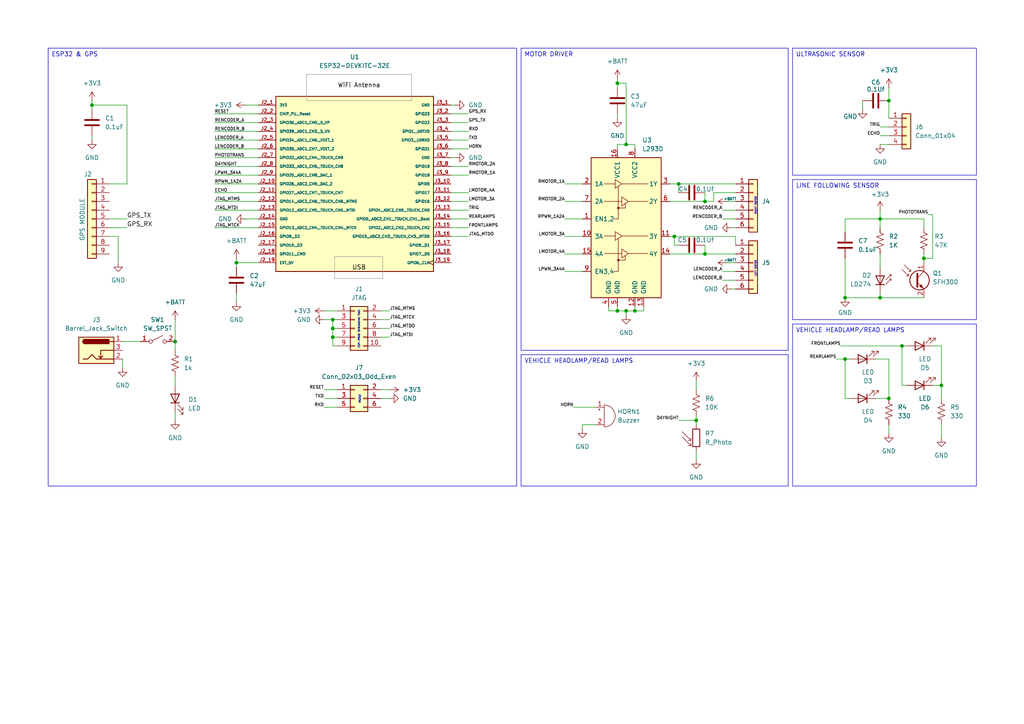
<source format=kicad_sch>
(kicad_sch (version 20250114) (generator "eeschema") (generator_version "9.0")
  (paper "A4")
  (title_block (title "REDHAWK ESP32 EMBEDDED SYSTEMS ROBOT") (date "2026-01-09"))
  (lib_symbols
    (symbol "0-My_Library:ECE-ESP32-DEVKITC-32E" (pin_names (offset 1.016))
      (property "Reference" "U1" (at 6.35 -28.194 0))
      (property "Value" "ESP32-DEVKITC-32E" (at -14.224 -19.558 0))
      (symbol "ECE-ESP32-DEVKITC-32E_1_0"
        (pin power_in line (at -33.02 22.86 0) (length 5.08) (name "3V3") (number "J2_1"))
        (pin input line (at -33.02 20.32 0) (length 5.08) (name "CHIP_PU,_Reset") (number "J2_2"))
        (pin bidirectional line (at -33.02 17.78 0) (length 5.08) (name "GPIO36,_ADC1_CH0,_S_VP") (number "J2_3"))
        (pin bidirectional line (at -33.02 15.24 0) (length 5.08) (name "GPIO39,_ADC1_CH3,_S_VN") (number "J2_4"))
        (pin bidirectional line (at -33.02 12.7 0) (length 5.08) (name "GPIO34,_ADC1_CH6,_VDET_1") (number "J2_5"))
        (pin bidirectional line (at -33.02 10.16 0) (length 5.08) (name "GPIO35,_ADC1_CH7,_VDET_2") (number "J2_6"))
        (pin bidirectional line (at -33.02 7.62 0) (length 5.08) (name "GPIO32,_ADC1_CH4,_TOUCH_CH9") (number "J2_7"))
        (pin bidirectional line (at -33.02 5.08 0) (length 5.08) (name "GPIO33,_ADC1_CH5,_TOUCH_CH8") (number "J2_8"))
        (pin bidirectional line (at -33.02 2.54 0) (length 5.08) (name "GPIO25,_ADC1_CH8,_DAC_1") (number "J2_9"))
        (pin bidirectional line (at -33.02 0 0) (length 5.08) (name "GPIO26,_ADC2_CH9,_DAC_2") (number "J2_10"))
        (pin bidirectional line (at -33.02 -2.54 0) (length 5.08) (name "GPIO27,_ADC2_CH7,_TOUCH_CH7") (number "J2_11"))
        (pin bidirectional line (at -33.02 -5.08 0) (length 5.08) (name "GPIO14,_ADC2_CH6,_TOUCH_CH6,_MTMS") (number "J2_12"))
        (pin bidirectional line (at -33.02 -7.62 0) (length 5.08) (name "GPIO12,_ADC2_CH5,_TOUCH_CH5,_MTDI") (number "J2_13"))
        (pin power_in line (at -33.02 -10.16 0) (length 5.08) (name "GND") (number "J2_14"))
        (pin bidirectional line (at -33.02 -12.7 0) (length 5.08) (name "GPIO13,_ADC2_CH4,_TOUCH_CH4,_MTCK") (number "J2_15"))
        (pin bidirectional line (at -33.02 -15.24 0) (length 5.08) (name "GPIO9,_D2") (number "J2_16"))
        (pin bidirectional line (at -33.02 -17.78 0) (length 5.08) (name "GPIO10,_D3") (number "J2_17"))
        (pin bidirectional line (at -33.02 -20.32 0) (length 5.08) (name "GPIO11,_CMD") (number "J2_18"))
        (pin power_in line (at -33.02 -22.86 0) (length 5.08) (name "EXT_5V") (number "J2_19"))
        (pin power_in line (at 22.86 22.86 180) (length 5.08) (name "GND") (number "J3_1"))
        (pin bidirectional line (at 22.86 20.32 180) (length 5.08) (name "GPIO23") (number "J3_2"))
        (pin bidirectional line (at 22.86 17.78 180) (length 5.08) (name "GPIO22") (number "J3_3"))
        (pin bidirectional line (at 22.86 15.24 180) (length 5.08) (name "GPIO1,_U0TXD") (number "J3_4"))
        (pin bidirectional line (at 22.86 12.7 180) (length 5.08) (name "GPIO3,_U0RXD") (number "J3_5"))
        (pin bidirectional line (at 22.86 10.16 180) (length 5.08) (name "GPIO21") (number "J3_6"))
        (pin power_in line (at 22.86 7.62 180) (length 5.08) (name "GND") (number "J3_7"))
        (pin bidirectional line (at 22.86 5.08 180) (length 5.08) (name "GPIO19") (number "J3_8"))
        (pin bidirectional line (at 22.86 2.54 180) (length 5.08) (name "GPIO18") (number "J3_9"))
        (pin bidirectional line (at 22.86 0 180) (length 5.08) (name "GPIO5") (number "J3_10"))
        (pin bidirectional line (at 22.86 -2.54 180) (length 5.08) (name "GPIO17") (number "J3_11"))
        (pin bidirectional line (at 22.86 -5.08 180) (length 5.08) (name "GPIO16") (number "J3_12"))
        (pin bidirectional line (at 22.86 -7.62 180) (length 5.08) (name "GPIO4,_ADC2_CH0,_TOUCH_CH0") (number "J3_13"))
        (pin bidirectional line (at 22.86 -10.16 180) (length 5.08) (name "GPIO0,_ADC2_CH1,_TOUCH_CH1,_Boot") (number "J3_14"))
        (pin bidirectional line (at 22.86 -12.7 180) (length 5.08) (name "GPIO2,_ADC2_CH2,_TOUCH_CH2") (number "J3_15"))
        (pin bidirectional line (at 22.86 -15.24 180) (length 5.08) (name "GPIO15,_ADC2_CH3,_TOUCH_CH3,_MTDO") (number "J3_16"))
        (pin bidirectional line (at 22.86 -17.78 180) (length 5.08) (name "GPIO8,_D1") (number "J3_17"))
        (pin bidirectional line (at 22.86 -20.32 180) (length 5.08) (name "GPIO7,_D0") (number "J3_18"))
        (pin bidirectional clock (at 22.86 -22.86 180) (length 5.08) (name "GPIO6,_CLK") (number "J3_19"))
      )
      (symbol "ECE-ESP32-DEVKITC-32E_1_1"
        (text "USB" (at -3.81 -24.13 0) (effects (font (size 1.27 1.27))))
        (text "WiFi Antenna" (at -3.8099 28.702 0) (effects (font (size 1.27 1.27))))
      )
    )
    (symbol "Connector:Barrel_Jack_Switch" (pin_names (hide yes))
      (property "Reference" "J" (at 0 5.334 0))
      (property "Value" "Barrel_Jack_Switch" (at 0 -5.08 0))
      (symbol "Barrel_Jack_Switch_1_1"
        (pin passive line (at 7.62 2.54 180) (length 2.54) (name "~") (number "1"))
        (pin passive line (at 7.62 0 180) (length 2.54) (name "~") (number "3"))
        (pin passive line (at 7.62 -2.54 180) (length 2.54) (name "~") (number "2"))
      )
    )
    (symbol "Connector_Generic:Conn_01x04" (pin_names (offset 1.016) (hide yes))
      (property "Reference" "J" (at 0 5.08 0))
      (property "Value" "Conn_01x04" (at 0 -7.62 0))
      (symbol "Conn_01x04_1_1"
        (pin passive line (at -5.08 2.54 0) (length 3.81) (name "Pin_1") (number "1"))
        (pin passive line (at -5.08 0 0) (length 3.81) (name "Pin_2") (number "2"))
        (pin passive line (at -5.08 -2.54 0) (length 3.81) (name "Pin_3") (number "3"))
        (pin passive line (at -5.08 -5.08 0) (length 3.81) (name "Pin_4") (number "4"))
      )
    )
    (symbol "Connector_Generic:Conn_01x06" (pin_names (offset 1.016) (hide yes))
      (property "Reference" "J" (at 0 7.62 0))
      (property "Value" "Conn_01x06" (at 0 -10.16 0))
      (symbol "Conn_01x06_1_1"
        (pin passive line (at -5.08 5.08 0) (length 3.81) (name "Pin_1") (number "1"))
        (pin passive line (at -5.08 2.54 0) (length 3.81) (name "Pin_2") (number "2"))
        (pin passive line (at -5.08 0 0) (length 3.81) (name "Pin_3") (number "3"))
        (pin passive line (at -5.08 -2.54 0) (length 3.81) (name "Pin_4") (number "4"))
        (pin passive line (at -5.08 -5.08 0) (length 3.81) (name "Pin_5") (number "5"))
        (pin passive line (at -5.08 -7.62 0) (length 3.81) (name "Pin_6") (number "6"))
      )
    )
    (symbol "Connector_Generic:Conn_01x09" (pin_names (offset 1.016) (hide yes))
      (property "Reference" "J" (at 0 12.7 0))
      (property "Value" "Conn_01x09" (at 0 -12.7 0))
      (symbol "Conn_01x09_1_1"
        (pin passive line (at -5.08 10.16 0) (length 3.81) (name "Pin_1") (number "1"))
        (pin passive line (at -5.08 7.62 0) (length 3.81) (name "Pin_2") (number "2"))
        (pin passive line (at -5.08 5.08 0) (length 3.81) (name "Pin_3") (number "3"))
        (pin passive line (at -5.08 2.54 0) (length 3.81) (name "Pin_4") (number "4"))
        (pin passive line (at -5.08 0 0) (length 3.81) (name "Pin_5") (number "5"))
        (pin passive line (at -5.08 -2.54 0) (length 3.81) (name "Pin_6") (number "6"))
        (pin passive line (at -5.08 -5.08 0) (length 3.81) (name "Pin_7") (number "7"))
        (pin passive line (at -5.08 -7.62 0) (length 3.81) (name "Pin_8") (number "8"))
        (pin passive line (at -5.08 -10.16 0) (length 3.81) (name "Pin_9") (number "9"))
      )
    )
    (symbol "Connector_Generic:Conn_02x03_Odd_Even" (pin_names (offset 1.016) (hide yes))
      (property "Reference" "J" (at 1.27 5.08 0))
      (property "Value" "Conn_02x03_Odd_Even" (at 1.27 -5.08 0))
      (symbol "Conn_02x03_Odd_Even_1_1"
        (pin passive line (at -5.08 2.54 0) (length 3.81) (name "Pin_1") (number "1"))
        (pin passive line (at -5.08 0 0) (length 3.81) (name "Pin_3") (number "3"))
        (pin passive line (at -5.08 -2.54 0) (length 3.81) (name "Pin_5") (number "5"))
        (pin passive line (at 7.62 2.54 180) (length 3.81) (name "Pin_2") (number "2"))
        (pin passive line (at 7.62 0 180) (length 3.81) (name "Pin_4") (number "4"))
        (pin passive line (at 7.62 -2.54 180) (length 3.81) (name "Pin_6") (number "6"))
      )
    )
    (symbol "Connector_Generic:Conn_02x05_Odd_Even" (pin_names (offset 1.016) (hide yes))
      (property "Reference" "J" (at 1.27 7.62 0))
      (property "Value" "Conn_02x05_Odd_Even" (at 1.27 -7.62 0))
      (symbol "Conn_02x05_Odd_Even_1_1"
        (pin passive line (at -5.08 5.08 0) (length 3.81) (name "Pin_1") (number "1"))
        (pin passive line (at -5.08 2.54 0) (length 3.81) (name "Pin_3") (number "3"))
        (pin passive line (at -5.08 0 0) (length 3.81) (name "Pin_5") (number "5"))
        (pin passive line (at -5.08 -2.54 0) (length 3.81) (name "Pin_7") (number "7"))
        (pin passive line (at -5.08 -5.08 0) (length 3.81) (name "Pin_9") (number "9"))
        (pin passive line (at 7.62 5.08 180) (length 3.81) (name "Pin_2") (number "2"))
        (pin passive line (at 7.62 2.54 180) (length 3.81) (name "Pin_4") (number "4"))
        (pin passive line (at 7.62 0 180) (length 3.81) (name "Pin_6") (number "6"))
        (pin passive line (at 7.62 -2.54 180) (length 3.81) (name "Pin_8") (number "8"))
        (pin passive line (at 7.62 -5.08 180) (length 3.81) (name "Pin_10") (number "10"))
      )
    )
    (symbol "Device:Buzzer" (pin_names (offset 0.0254) (hide yes))
      (property "Reference" "BZ" (at 3.81 1.27 0))
      (property "Value" "Buzzer" (at 3.81 -1.27 0))
      (symbol "Buzzer_1_1"
        (pin passive line (at -2.54 2.54 0) (length 2.54) (name "+") (number "1"))
        (pin passive line (at -2.54 -2.54 0) (length 2.54) (name "-") (number "2"))
      )
    )
    (symbol "Device:C" (pin_numbers (hide yes)) (pin_names (offset 0.254))
      (property "Reference" "C" (at 0.635 2.54 0))
      (property "Value" "C" (at 0.635 -2.54 0))
      (symbol "C_1_1"
        (pin passive line (at 0 3.81 270) (length 2.794) (name "~") (number "1"))
        (pin passive line (at 0 -3.81 90) (length 2.794) (name "~") (number "2"))
      )
    )
    (symbol "Device:LED" (pin_numbers (hide yes)) (pin_names (offset 1.016) (hide yes))
      (property "Reference" "D" (at 0 2.54 0))
      (property "Value" "LED" (at 0 -2.54 0))
      (symbol "LED_1_1"
        (pin passive line (at -3.81 0 0) (length 2.54) (name "K") (number "1"))
        (pin passive line (at 3.81 0 180) (length 2.54) (name "A") (number "2"))
      )
    )
    (symbol "Device:R_Photo" (pin_numbers (hide yes)) (pin_names (offset 0))
      (property "Reference" "R" (at 1.27 1.27 0))
      (property "Value" "R_Photo" (at 1.27 0 0))
      (symbol "R_Photo_1_1"
        (pin passive line (at 0 3.81 270) (length 1.27) (name "~") (number "1"))
        (pin passive line (at 0 -3.81 90) (length 1.27) (name "~") (number "2"))
      )
    )
    (symbol "Device:R_US" (pin_numbers (hide yes)) (pin_names (offset 0))
      (property "Reference" "R" (at 2.54 0 90))
      (property "Value" "R_US" (at -2.54 0 90))
      (symbol "R_US_1_1"
        (pin passive line (at 0 3.81 270) (length 1.27) (name "~") (number "1"))
        (pin passive line (at 0 -3.81 90) (length 1.27) (name "~") (number "2"))
      )
    )
    (symbol "Driver_Motor:L293D" (pin_names (offset 1.016))
      (property "Reference" "U" (at -5.08 26.035 0))
      (property "Value" "L293D" (at -5.08 24.13 0))
      (symbol "L293D_1_1"
        (pin input line (at -12.7 15.24 0) (length 2.54) (name "1A") (number "2"))
        (pin input line (at -12.7 10.16 0) (length 2.54) (name "2A") (number "7"))
        (pin input line (at -12.7 5.08 0) (length 2.54) (name "EN1,2") (number "1"))
        (pin input line (at -12.7 0 0) (length 2.54) (name "3A") (number "10"))
        (pin input line (at -12.7 -5.08 0) (length 2.54) (name "4A") (number "15"))
        (pin input line (at -12.7 -10.16 0) (length 2.54) (name "EN3,4") (number "9"))
        (pin power_in line (at -5.08 -20.32 90) (length 2.54) (name "GND") (number "4"))
        (pin power_in line (at -2.54 25.4 270) (length 2.54) (name "VCC1") (number "16"))
        (pin power_in line (at -2.54 -20.32 90) (length 2.54) (name "GND") (number "5"))
        (pin power_in line (at 2.54 25.4 270) (length 2.54) (name "VCC2") (number "8"))
        (pin power_in line (at 2.54 -20.32 90) (length 2.54) (name "GND") (number "12"))
        (pin power_in line (at 5.08 -20.32 90) (length 2.54) (name "GND") (number "13"))
        (pin output line (at 12.7 15.24 180) (length 2.54) (name "1Y") (number "3"))
        (pin output line (at 12.7 10.16 180) (length 2.54) (name "2Y") (number "6"))
        (pin output line (at 12.7 0 180) (length 2.54) (name "3Y") (number "11"))
        (pin output line (at 12.7 -5.08 180) (length 2.54) (name "4Y") (number "14"))
      )
    )
    (symbol "LED:LD274" (pin_numbers (hide yes)) (pin_names (offset 1.016) (hide yes))
      (property "Reference" "D" (at 0.508 1.778 0))
      (property "Value" "LD274" (at -1.016 -2.794 0))
      (symbol "LD274_1_1"
        (pin passive line (at -5.08 0 0) (length 2.54) (name "K") (number "1"))
        (pin passive line (at 2.54 0 180) (length 2.54) (name "A") (number "2"))
      )
    )
    (symbol "Sensor_Optical:SFH300" (pin_names (offset 0) (hide yes))
      (property "Reference" "Q" (at 5.08 1.27 0))
      (property "Value" "SFH300" (at 5.08 -1.27 0))
      (symbol "SFH300_1_1"
        (pin passive line (at 2.54 5.08 270) (length 2.54) (name "C") (number "1"))
        (pin passive line (at 2.54 -5.08 90) (length 2.54) (name "E") (number "2"))
      )
    )
    (symbol "Switch:SW_SPST" (pin_names (offset 0) (hide yes))
      (property "Reference" "SW" (at 0 3.175 0))
      (property "Value" "SW_SPST" (at 0 -2.54 0))
      (symbol "SW_SPST_1_1"
        (pin passive line (at -5.08 0 0) (length 2.54) (name "A") (number "1"))
        (pin passive line (at 5.08 0 180) (length 2.54) (name "B") (number "2"))
      )
    )
    (symbol "power:+3V3" (power) (pin_numbers (hide yes)) (pin_names (offset 0) (hide yes))
      (property "Value" "+3V3" (at 0 3.556 0))
      (symbol "+3V3_1_1"
        (pin power_in line (at 0 0 90) (length 0) (name "~") (number "1"))
      )
    )
    (symbol "power:+BATT" (power) (pin_numbers (hide yes)) (pin_names (offset 0) (hide yes))
      (property "Value" "+BATT" (at 0 3.556 0))
      (symbol "+BATT_1_1"
        (pin power_in line (at 0 0 90) (length 0) (name "~") (number "1"))
      )
    )
    (symbol "power:GND" (power) (pin_numbers (hide yes)) (pin_names (offset 0) (hide yes))
      (property "Value" "GND" (at 0 -3.81 0))
      (symbol "GND_1_1"
        (pin power_in line (at 0 0 270) (length 0) (name "~") (number "1"))
      )
    )
  )
  (text "ESP-PROG DEBUGGING TOOL" (at 104.14 95.504 90) (effects (font (size 0.508 0.508))))
  (text "RIGHT MOTOR" (at 219.202 59.69 90) (effects (font (size 0.508 0.508))))
  (text "RS232" (at 104.394 115.824 90) (effects (font (size 0.508 0.508))))
  (text "LEFT MOTOR" (at 219.202 77.978 90) (effects (font (size 0.508 0.508))))
  (text_box "MOTOR DRIVER" (at 151.13 13.97 0) (size 77.47 87.63) (margins 0.9525 0.9525 0.9525 0.9525) (effects (font (size 1.27 1.27)) (justify left top)))
  (text_box "VEHICLE HEADLAMP/READ LAMPS" (at 229.87 93.98 0) (size 53.34 46.99) (margins 0.9525 0.9525 0.9525 0.9525) (effects (font (size 1.27 1.27)) (justify left top)))
  (text_box "ESP32 & GPS" (at 13.97 13.97 0) (size 135.89 127) (margins 0.9525 0.9525 0.9525 0.9525) (effects (font (size 1.27 1.27)) (justify left top)))
  (text_box "LINE FOLLOWING SENSOR" (at 229.87 52.07 0) (size 53.34 40.64) (margins 0.9525 0.9525 0.9525 0.9525) (effects (font (size 1.27 1.27)) (justify left top)))
  (text_box "ULTRASONIC SENSOR" (at 229.87 13.97 0) (size 53.34 36.83) (margins 0.9525 0.9525 0.9525 0.9525) (effects (font (size 1.27 1.27)) (justify left top)))
  (text_box "VEHICLE HEADLAMP/READ LAMPS" (at 151.13 102.87 0) (size 77.47 38.1) (margins 0.9525 0.9525 0.9525 0.9525) (effects (font (size 1.27 1.27)) (justify left top)))
  (junction (at 195.58 68.58))
  (junction (at 204.47 58.42))
  (junction (at 204.47 73.66))
  (junction (at 273.05 111.76))
  (junction (at 181.61 41.91))
  (junction (at 201.93 121.92))
  (junction (at 245.11 86.36))
  (junction (at 255.27 63.5))
  (junction (at 96.52 95.25))
  (junction (at 245.11 104.14))
  (junction (at 196.85 53.34))
  (junction (at 179.07 24.13))
  (junction (at 50.8 99.06))
  (junction (at 68.58 76.2))
  (junction (at 96.52 97.79))
  (junction (at 179.07 90.17))
  (junction (at 257.81 115.57))
  (junction (at 267.97 74.93))
  (junction (at 26.67 30.48))
  (junction (at 257.81 29.21))
  (junction (at 184.15 90.17))
  (junction (at 181.61 90.17))
  (junction (at 96.52 92.71))
  (junction (at 261.62 100.33))
  (junction (at 255.27 86.36))
  (wire (pts (xy 68.58 76.2) (xy 74.93 76.2)))
  (wire (pts (xy 207.01 55.88) (xy 213.36 55.88)))
  (wire (pts (xy 207.01 55.88) (xy 207.01 58.42)))
  (wire (pts (xy 255.27 36.83) (xy 257.81 36.83)))
  (wire (pts (xy 50.8 99.06) (xy 50.8 101.6)))
  (wire (pts (xy 68.58 76.2) (xy 68.58 77.47)))
  (wire (pts (xy 130.81 30.48) (xy 132.08 30.48)))
  (wire (pts (xy 166.37 118.11) (xy 172.72 118.11)))
  (wire (pts (xy 201.93 110.49) (xy 201.93 113.03)))
  (wire (pts (xy 50.8 109.22) (xy 50.8 111.76)))
  (wire (pts (xy 130.81 50.8) (xy 135.89 50.8)))
  (wire (pts (xy 130.81 43.18) (xy 135.89 43.18)))
  (wire (pts (xy 26.67 30.48) (xy 26.67 31.75)))
  (wire (pts (xy 181.61 41.91) (xy 181.61 24.13)))
  (wire (pts (xy 93.98 92.71) (xy 96.52 92.71)))
  (wire (pts (xy 93.98 90.17) (xy 97.79 90.17)))
  (wire (pts (xy 186.69 90.17) (xy 186.69 88.9)))
  (wire (pts (xy 255.27 85.09) (xy 255.27 86.36)))
  (wire (pts (xy 130.81 63.5) (xy 135.89 63.5)))
  (wire (pts (xy 194.31 73.66) (xy 204.47 73.66)))
  (wire (pts (xy 62.23 38.1) (xy 74.93 38.1)))
  (wire (pts (xy 204.47 55.88) (xy 204.47 58.42)))
  (wire (pts (xy 163.83 53.34) (xy 168.91 53.34)))
  (wire (pts (xy 163.83 63.5) (xy 168.91 63.5)))
  (wire (pts (xy 62.23 60.96) (xy 74.93 60.96)))
  (wire (pts (xy 267.97 74.93) (xy 267.97 76.2)))
  (wire (pts (xy 35.56 99.06) (xy 40.64 99.06)))
  (wire (pts (xy 181.61 24.13) (xy 179.07 24.13)))
  (wire (pts (xy 204.47 71.12) (xy 204.47 73.66)))
  (wire (pts (xy 254 104.14) (xy 257.81 104.14)))
  (wire (pts (xy 179.07 33.02) (xy 179.07 34.29)))
  (wire (pts (xy 179.07 41.91) (xy 181.61 41.91)))
  (wire (pts (xy 207.01 58.42) (xy 204.47 58.42)))
  (wire (pts (xy 96.52 92.71) (xy 97.79 92.71)))
  (wire (pts (xy 245.11 67.31) (xy 245.11 63.5)))
  (wire (pts (xy 179.07 22.86) (xy 179.07 24.13)))
  (wire (pts (xy 130.81 60.96) (xy 135.89 60.96)))
  (wire (pts (xy 179.07 43.18) (xy 179.07 41.91)))
  (wire (pts (xy 196.85 71.12) (xy 195.58 71.12)))
  (wire (pts (xy 267.97 63.5) (xy 255.27 63.5)))
  (wire (pts (xy 257.81 104.14) (xy 257.81 115.57)))
  (wire (pts (xy 212.09 83.82) (xy 213.36 83.82)))
  (wire (pts (xy 163.83 73.66) (xy 168.91 73.66)))
  (wire (pts (xy 250.19 29.21) (xy 250.19 31.75)))
  (wire (pts (xy 130.81 68.58) (xy 135.89 68.58)))
  (wire (pts (xy 62.23 45.72) (xy 74.93 45.72)))
  (wire (pts (xy 273.05 123.19) (xy 273.05 127)))
  (wire (pts (xy 255.27 60.96) (xy 255.27 63.5)))
  (wire (pts (xy 262.89 111.76) (xy 261.62 111.76)))
  (wire (pts (xy 62.23 53.34) (xy 74.93 53.34)))
  (wire (pts (xy 176.53 88.9) (xy 176.53 90.17)))
  (wire (pts (xy 257.81 25.4) (xy 257.81 29.21)))
  (wire (pts (xy 209.55 63.5) (xy 213.36 63.5)))
  (wire (pts (xy 213.36 68.58) (xy 213.36 71.12)))
  (wire (pts (xy 130.81 58.42) (xy 135.89 58.42)))
  (wire (pts (xy 195.58 71.12) (xy 195.58 68.58)))
  (wire (pts (xy 130.81 55.88) (xy 135.89 55.88)))
  (wire (pts (xy 62.23 40.64) (xy 74.93 40.64)))
  (wire (pts (xy 31.75 63.5) (xy 36.83 63.5)))
  (wire (pts (xy 245.11 104.14) (xy 246.38 104.14)))
  (wire (pts (xy 110.49 115.57) (xy 113.03 115.57)))
  (wire (pts (xy 130.81 45.72) (xy 132.08 45.72)))
  (wire (pts (xy 245.11 63.5) (xy 255.27 63.5)))
  (wire (pts (xy 210.82 58.42) (xy 213.36 58.42)))
  (wire (pts (xy 270.51 100.33) (xy 273.05 100.33)))
  (wire (pts (xy 110.49 90.17) (xy 113.03 90.17)))
  (wire (pts (xy 267.97 73.66) (xy 267.97 74.93)))
  (wire (pts (xy 93.98 115.57) (xy 97.79 115.57)))
  (wire (pts (xy 273.05 111.76) (xy 273.05 115.57)))
  (wire (pts (xy 130.81 38.1) (xy 135.89 38.1)))
  (wire (pts (xy 163.83 78.74) (xy 168.91 78.74)))
  (wire (pts (xy 179.07 90.17) (xy 181.61 90.17)))
  (wire (pts (xy 184.15 88.9) (xy 184.15 90.17)))
  (wire (pts (xy 68.58 85.09) (xy 68.58 87.63)))
  (wire (pts (xy 255.27 63.5) (xy 255.27 66.04)))
  (wire (pts (xy 246.38 115.57) (xy 245.11 115.57)))
  (wire (pts (xy 110.49 113.03) (xy 113.03 113.03)))
  (wire (pts (xy 31.75 53.34) (xy 36.83 53.34)))
  (wire (pts (xy 194.31 68.58) (xy 195.58 68.58)))
  (wire (pts (xy 201.93 121.92) (xy 201.93 123.19)))
  (wire (pts (xy 201.93 130.81) (xy 201.93 133.35)))
  (wire (pts (xy 93.98 113.03) (xy 97.79 113.03)))
  (wire (pts (xy 130.81 33.02) (xy 135.89 33.02)))
  (wire (pts (xy 184.15 41.91) (xy 184.15 43.18)))
  (wire (pts (xy 209.55 60.96) (xy 213.36 60.96)))
  (wire (pts (xy 96.52 100.33) (xy 96.52 97.79)))
  (wire (pts (xy 31.75 66.04) (xy 36.83 66.04)))
  (wire (pts (xy 130.81 40.64) (xy 135.89 40.64)))
  (wire (pts (xy 196.85 53.34) (xy 196.85 55.88)))
  (wire (pts (xy 35.56 106.68) (xy 35.56 104.14)))
  (wire (pts (xy 62.23 33.02) (xy 74.93 33.02)))
  (wire (pts (xy 267.97 66.04) (xy 267.97 63.5)))
  (wire (pts (xy 181.61 41.91) (xy 184.15 41.91)))
  (wire (pts (xy 62.23 50.8) (xy 74.93 50.8)))
  (wire (pts (xy 267.97 86.36) (xy 255.27 86.36)))
  (wire (pts (xy 50.8 119.38) (xy 50.8 121.92)))
  (wire (pts (xy 26.67 29.21) (xy 26.67 30.48)))
  (wire (pts (xy 270.51 74.93) (xy 267.97 74.93)))
  (wire (pts (xy 179.07 88.9) (xy 179.07 90.17)))
  (wire (pts (xy 34.29 68.58) (xy 34.29 76.2)))
  (wire (pts (xy 163.83 68.58) (xy 168.91 68.58)))
  (wire (pts (xy 71.12 30.48) (xy 74.93 30.48)))
  (wire (pts (xy 196.85 121.92) (xy 201.93 121.92)))
  (wire (pts (xy 254 115.57) (xy 257.81 115.57)))
  (wire (pts (xy 168.91 123.19) (xy 172.72 123.19)))
  (wire (pts (xy 255.27 73.66) (xy 255.27 77.47)))
  (wire (pts (xy 62.23 35.56) (xy 74.93 35.56)))
  (wire (pts (xy 181.61 90.17) (xy 184.15 90.17)))
  (wire (pts (xy 273.05 100.33) (xy 273.05 111.76)))
  (wire (pts (xy 96.52 95.25) (xy 96.52 92.71)))
  (wire (pts (xy 269.24 62.23) (xy 270.51 62.23)))
  (wire (pts (xy 110.49 95.25) (xy 113.03 95.25)))
  (wire (pts (xy 130.81 35.56) (xy 135.89 35.56)))
  (wire (pts (xy 209.55 78.74) (xy 213.36 78.74)))
  (wire (pts (xy 110.49 92.71) (xy 113.03 92.71)))
  (wire (pts (xy 163.83 58.42) (xy 168.91 58.42)))
  (wire (pts (xy 36.83 53.34) (xy 36.83 30.48)))
  (wire (pts (xy 96.52 97.79) (xy 96.52 95.25)))
  (wire (pts (xy 26.67 39.37) (xy 26.67 40.64)))
  (wire (pts (xy 201.93 120.65) (xy 201.93 121.92)))
  (wire (pts (xy 62.23 43.18) (xy 74.93 43.18)))
  (wire (pts (xy 255.27 41.91) (xy 257.81 41.91)))
  (wire (pts (xy 196.85 53.34) (xy 213.36 53.34)))
  (wire (pts (xy 176.53 90.17) (xy 179.07 90.17)))
  (wire (pts (xy 257.81 123.19) (xy 257.81 125.73)))
  (wire (pts (xy 255.27 39.37) (xy 257.81 39.37)))
  (wire (pts (xy 242.57 104.14) (xy 245.11 104.14)))
  (wire (pts (xy 257.81 29.21) (xy 257.81 34.29)))
  (wire (pts (xy 62.23 66.04) (xy 74.93 66.04)))
  (wire (pts (xy 204.47 73.66) (xy 213.36 73.66)))
  (wire (pts (xy 210.82 76.2) (xy 213.36 76.2)))
  (wire (pts (xy 62.23 48.26) (xy 74.93 48.26)))
  (wire (pts (xy 245.11 74.93) (xy 245.11 86.36)))
  (wire (pts (xy 93.98 118.11) (xy 97.79 118.11)))
  (wire (pts (xy 110.49 97.79) (xy 113.03 97.79)))
  (wire (pts (xy 97.79 100.33) (xy 96.52 100.33)))
  (wire (pts (xy 130.81 66.04) (xy 135.89 66.04)))
  (wire (pts (xy 184.15 90.17) (xy 186.69 90.17)))
  (wire (pts (xy 31.75 68.58) (xy 34.29 68.58)))
  (wire (pts (xy 194.31 58.42) (xy 204.47 58.42)))
  (wire (pts (xy 213.36 66.04) (xy 212.09 66.04)))
  (wire (pts (xy 96.52 97.79) (xy 97.79 97.79)))
  (wire (pts (xy 179.07 24.13) (xy 179.07 25.4)))
  (wire (pts (xy 245.11 115.57) (xy 245.11 104.14)))
  (wire (pts (xy 68.58 74.93) (xy 68.58 76.2)))
  (wire (pts (xy 130.81 48.26) (xy 135.89 48.26)))
  (wire (pts (xy 62.23 58.42) (xy 74.93 58.42)))
  (wire (pts (xy 96.52 95.25) (xy 97.79 95.25)))
  (wire (pts (xy 62.23 55.88) (xy 74.93 55.88)))
  (wire (pts (xy 261.62 111.76) (xy 261.62 100.33)))
  (wire (pts (xy 194.31 53.34) (xy 196.85 53.34)))
  (wire (pts (xy 243.84 100.33) (xy 261.62 100.33)))
  (wire (pts (xy 270.51 62.23) (xy 270.51 74.93)))
  (wire (pts (xy 209.55 81.28) (xy 213.36 81.28)))
  (wire (pts (xy 195.58 68.58) (xy 213.36 68.58)))
  (wire (pts (xy 26.67 30.48) (xy 36.83 30.48)))
  (wire (pts (xy 181.61 90.17) (xy 181.61 91.44)))
  (wire (pts (xy 168.91 124.46) (xy 168.91 123.19)))
  (wire (pts (xy 71.12 63.5) (xy 74.93 63.5)))
  (wire (pts (xy 261.62 100.33) (xy 262.89 100.33)))
  (wire (pts (xy 273.05 111.76) (xy 270.51 111.76)))
  (wire (pts (xy 50.8 92.71) (xy 50.8 99.06)))
  (wire (pts (xy 255.27 86.36) (xy 245.11 86.36)))
  (label "LPWM_3A4A" (at 62.23 50.8 0) (effects (font (size 0.889 0.889))))
  (label "ECHO" (at 62.23 55.88 0) (effects (font (size 0.889 0.889))))
  (label "DAYNIGHT" (at 196.85 121.92 180) (effects (font (size 0.889 0.889))))
  (label "RENCODER_B" (at 209.55 63.5 180) (effects (font (size 0.889 0.889))))
  (label "GPS_RX" (at 135.89 33.02 0) (effects (font (size 0.889 0.889))))
  (label "TRIG" (at 255.27 36.83 180) (effects (font (size 0.889 0.889))))
  (label "ECHO" (at 255.27 39.37 180) (effects (font (size 0.889 0.889))))
  (label "RMOTOR_1A" (at 163.83 53.34 180) (effects (font (size 0.889 0.889))))
  (label "LMOTOR_3A" (at 135.89 58.42 0) (effects (font (size 0.889 0.889))))
  (label "LMOTOR_4A" (at 135.89 55.88 0) (effects (font (size 0.889 0.889))))
  (label "LPWM_3A4A" (at 163.83 78.74 180) (effects (font (size 0.889 0.889))))
  (label "TXD" (at 135.89 40.64 0) (effects (font (size 0.889 0.889))))
  (label "LMOTOR_4A" (at 163.83 73.66 180) (effects (font (size 0.889 0.889))))
  (label "LENCODER_A" (at 62.23 40.64 0) (effects (font (size 0.889 0.889))))
  (label "RENCODER_A" (at 62.23 35.56 0) (effects (font (size 0.889 0.889))))
  (label "PHOTOTRANS" (at 62.23 45.72 0) (effects (font (size 0.889 0.889))))
  (label "RENCODER_B" (at 62.23 38.1 0) (effects (font (size 0.889 0.889))))
  (label "JTAG_MTMS" (at 113.03 90.17 0) (effects (font (size 0.889 0.889))))
  (label "TXD" (at 93.98 115.57 180) (effects (font (size 0.889 0.889))))
  (label "HORN" (at 135.89 43.18 0) (effects (font (size 0.889 0.889))))
  (label "LENCODER_A" (at 209.55 78.74 180) (effects (font (size 0.889 0.889))))
  (label "JTAG_MTCK" (at 113.03 92.71 0) (effects (font (size 0.889 0.889))))
  (label "JTAG_MTMS" (at 62.23 58.42 0) (effects (font (size 0.889 0.889))))
  (label "JTAG_MTDO" (at 135.89 68.58 0) (effects (font (size 0.889 0.889))))
  (label "RPWM_1A2A" (at 62.23 53.34 0) (effects (font (size 0.889 0.889))))
  (label "REARLAMPS" (at 135.89 63.5 0) (effects (font (size 0.889 0.889))))
  (label "JTAG_MTDI" (at 62.23 60.96 0) (effects (font (size 0.889 0.889))))
  (label "RXD" (at 135.89 38.1 0) (effects (font (size 0.889 0.889))))
  (label "LENCODER_B" (at 209.55 81.28 180) (effects (font (size 0.889 0.889))))
  (label "HORN" (at 166.37 118.11 180) (effects (font (size 0.889 0.889))))
  (label "RMOTOR_1A" (at 135.89 50.8 0) (effects (font (size 0.889 0.889))))
  (label "JTAG_MTCK" (at 62.23 66.04 0) (effects (font (size 0.889 0.889))))
  (label "RESET" (at 93.98 113.03 180) (effects (font (size 0.889 0.889))))
  (label "GPS_RX" (at 36.83 66.04 0))
  (label "PHOTOTRANS" (at 269.24 62.23 180) (effects (font (size 0.889 0.889))))
  (label "JTAG_MTDO" (at 113.03 95.25 0) (effects (font (size 0.889 0.889))))
  (label "FRONTLAMPS" (at 243.84 100.33 180) (effects (font (size 0.889 0.889))))
  (label "JTAG_MTDI" (at 113.03 97.79 0) (effects (font (size 0.889 0.889))))
  (label "RENCODER_A" (at 209.55 60.96 180) (effects (font (size 0.889 0.889))))
  (label "LMOTOR_3A" (at 163.83 68.58 180) (effects (font (size 0.889 0.889))))
  (label "GPS_TX" (at 36.83 63.5 0))
  (label "RMOTOR_2A" (at 163.83 58.42 180) (effects (font (size 0.889 0.889))))
  (label "TRIG" (at 135.89 60.96 0) (effects (font (size 0.889 0.889))))
  (label "RPWM_1A2A" (at 163.83 63.5 180) (effects (font (size 0.889 0.889))))
  (label "REARLAMPS" (at 242.57 104.14 180) (effects (font (size 0.889 0.889))))
  (label "FRONTLAMPS" (at 135.89 66.04 0) (effects (font (size 0.889 0.889))))
  (label "LENCODER_B" (at 62.23 43.18 0) (effects (font (size 0.889 0.889))))
  (label "DAYNIGHT" (at 62.23 48.26 0) (effects (font (size 0.889 0.889))))
  (label "RESET" (at 62.23 33.02 0) (effects (font (size 0.889 0.889))))
  (label "RXD" (at 93.98 118.11 180) (effects (font (size 0.889 0.889))))
  (label "GPS_TX" (at 135.89 35.56 0) (effects (font (size 0.889 0.889))))
  (label "RMOTOR_2A" (at 135.89 48.26 0) (effects (font (size 0.889 0.889))))
  (symbol (lib_id "Device:C") (at 26.67 35.56 0) (unit 1)
    (property "Reference" "C1" (at 30.48 34.2899 0) (effects (justify left)))
    (property "Value" "0.1uF" (at 30.48 36.8299 0) (effects (justify left)))
    (property "Footprint" "Capacitor_THT:C_Disc_D5.0mm_W2.5mm_P5.00mm" (effects (hide yes)))
    (property "Description" "Unpolarized capacitor" (effects (hide yes)))
  )
  (symbol (lib_id "Device:R_US") (at 257.81 119.38 0) (unit 1)
    (property "Reference" "R4" (at 260.35 118.1099 0) (effects (justify left)))
    (property "Value" "330" (at 260.35 120.6499 0) (effects (justify left)))
    (property "Footprint" "Resistor_THT:R_Axial_DIN0207_L6.3mm_D2.5mm_P2.54mm_Vertical" (effects (hide yes)))
    (property "Description" "Resistor, US symbol" (effects (hide yes)))
  )
  (symbol (lib_id "power:GND") (at 113.03 115.57 90) (unit 1)
    (property "Reference" "#PWR015" (effects (hide yes)))
    (property "Value" "GND" (at 116.84 115.5699 90) (effects (justify right)))
    (property "Description" "Power symbol creates a global label with name \"GND\" , ground" (effects (hide yes)))
  )
  (symbol (lib_id "Device:R_US") (at 255.27 69.85 0) (unit 1)
    (property "Reference" "R2" (at 257.81 68.5799 0) (effects (justify left)))
    (property "Value" "1K" (at 257.81 71.1199 0) (effects (justify left)))
    (property "Footprint" "Resistor_THT:R_Axial_DIN0207_L6.3mm_D2.5mm_P2.54mm_Vertical" (effects (hide yes)))
    (property "Description" "Resistor, US symbol" (effects (hide yes)))
  )
  (symbol (lib_id "power:GND") (at 257.81 125.73 0) (unit 1)
    (property "Reference" "#PWR030" (effects (hide yes)))
    (property "Value" "GND" (at 257.81 130.81 0))
    (property "Description" "Power symbol creates a global label with name \"GND\" , ground" (effects (hide yes)))
  )
  (symbol (lib_id "Connector:Barrel_Jack_Switch") (at 27.94 101.6 0) (unit 1)
    (property "Reference" "J3" (at 27.94 92.71 0))
    (property "Value" "Barrel_Jack_Switch" (at 27.94 95.25 0))
    (property "Footprint" "Connector_BarrelJack:BarrelJack_GCT_DCJ200-10-A_Horizontal" (effects (hide yes)))
    (property "Description" "DC Barrel Jack with an internal switch" (effects (hide yes)))
  )
  (symbol (lib_id "power:GND") (at 212.09 66.04 270) (unit 1)
    (property "Reference" "#PWR020" (effects (hide yes)))
    (property "Value" "GND" (at 208.28 66.0399 90) (effects (justify right)))
    (property "Description" "Power symbol creates a global label with name \"GND\" , ground" (effects (hide yes)))
  )
  (symbol (lib_id "power:GND") (at 212.09 83.82 270) (unit 1)
    (property "Reference" "#PWR021" (effects (hide yes)))
    (property "Value" "GND" (at 208.28 83.8199 90) (effects (justify right)))
    (property "Description" "Power symbol creates a global label with name \"GND\" , ground" (effects (hide yes)))
  )
  (symbol (lib_id "power:+BATT") (at 179.07 22.86 0) (unit 1)
    (property "Reference" "#PWR017" (effects (hide yes)))
    (property "Value" "+BATT" (at 179.07 17.78 0))
    (property "Description" "Power symbol creates a global label with name \"+BATT\"" (effects (hide yes)))
  )
  (symbol (lib_id "Device:R_US") (at 273.05 119.38 0) (unit 1)
    (property "Reference" "R5" (at 275.59 118.1099 0) (effects (justify left)))
    (property "Value" "330" (at 275.59 120.6499 0) (effects (justify left)))
    (property "Footprint" "Resistor_THT:R_Axial_DIN0207_L6.3mm_D2.5mm_P2.54mm_Vertical" (effects (hide yes)))
    (property "Description" "Resistor, US symbol" (effects (hide yes)))
  )
  (symbol (lib_id "power:GND") (at 168.91 124.46 0) (unit 1)
    (property "Reference" "#PWR031" (effects (hide yes)))
    (property "Value" "GND" (at 168.91 129.54 0))
    (property "Description" "Power symbol creates a global label with name \"GND\" , ground" (effects (hide yes)))
  )
  (symbol (lib_id "power:+3V3") (at 93.98 90.17 90) (unit 1)
    (property "Reference" "#PWR011" (effects (hide yes)))
    (property "Value" "+3V3" (at 90.17 90.1699 90) (effects (justify left)))
    (property "Description" "Power symbol creates a global label with name \"+3V3\"" (effects (hide yes)))
  )
  (symbol (lib_id "Device:C") (at 68.58 81.28 0) (unit 1)
    (property "Reference" "C2" (at 72.39 80.0099 0) (effects (justify left)))
    (property "Value" "47uF" (at 72.39 82.5499 0) (effects (justify left)))
    (property "Footprint" "Capacitor_THT:C_Disc_D5.0mm_W2.5mm_P5.00mm" (effects (hide yes)))
    (property "Description" "Unpolarized capacitor" (effects (hide yes)))
  )
  (symbol (lib_id "power:GND") (at 35.56 106.68 0) (unit 1)
    (property "Reference" "#PWR03" (effects (hide yes)))
    (property "Value" "GND" (at 35.56 111.76 0))
    (property "Description" "Power symbol creates a global label with name \"GND\" , ground" (effects (hide yes)))
  )
  (symbol (lib_id "power:+3V3") (at 257.81 25.4 0) (unit 1)
    (property "Reference" "#PWR024" (effects (hide yes)))
    (property "Value" "+3V3" (at 257.81 20.32 0))
    (property "Description" "Power symbol creates a global label with name \"+3V3\"" (effects (hide yes)))
  )
  (symbol (lib_id "LED:LD274") (at 255.27 80.01 270) (mirror x) (unit 1)
    (property "Reference" "D2" (at 252.73 79.8829 90) (effects (justify right)))
    (property "Value" "LD274" (at 252.73 82.4229 90) (effects (justify right)))
    (property "Footprint" "LED_THT:LED_D5.0mm_IRGrey" (effects (hide yes)))
    (property "Datasheet" "http://pdf.datasheetcatalog.com/datasheet/siemens/LD274.pdf" (effects (hide yes)))
    (property "Description" "950nm IR-LED, 5mm" (effects (hide yes)))
  )
  (symbol (lib_id "power:GND") (at 93.98 92.71 270) (unit 1)
    (property "Reference" "#PWR012" (effects (hide yes)))
    (property "Value" "GND" (at 90.17 92.7099 90) (effects (justify right)))
    (property "Description" "Power symbol creates a global label with name \"GND\" , ground" (effects (hide yes)))
  )
  (symbol (lib_id "power:GND") (at 34.29 76.2 0) (unit 1)
    (property "Reference" "#PWR07" (effects (hide yes)))
    (property "Value" "GND" (at 34.29 81.28 0))
    (property "Description" "Power symbol creates a global label with name \"GND\" , ground" (effects (hide yes)))
  )
  (symbol (lib_id "power:GND") (at 273.05 127 0) (unit 1)
    (property "Reference" "#PWR029" (effects (hide yes)))
    (property "Value" "GND" (at 273.05 132.08 0))
    (property "Description" "Power symbol creates a global label with name \"GND\" , ground" (effects (hide yes)))
  )
  (symbol (lib_id "power:+BATT") (at 210.82 58.42 90) (unit 1)
    (property "Reference" "#PWR019" (effects (hide yes)))
    (property "Value" "+BATT" (at 213.614 57.658 90) (effects (font (size 0.762 0.762)) (justify left)))
    (property "Description" "Power symbol creates a global label with name \"+BATT\"" (effects (hide yes)))
  )
  (symbol (lib_id "Device:LED") (at 50.8 115.57 90) (unit 1)
    (property "Reference" "D1" (at 54.61 115.8874 90) (effects (justify right)))
    (property "Value" "LED" (at 54.61 118.4274 90) (effects (justify right)))
    (property "Footprint" "LED_THT:LED_D3.0mm" (effects (hide yes)))
    (property "Description" "Light emitting diode" (effects (hide yes)))
    (property "Sim.Pins" "1=K 2=A" (effects (hide yes)))
  )
  (symbol (lib_id "power:+BATT") (at 210.82 76.2 90) (unit 1)
    (property "Reference" "#PWR022" (effects (hide yes)))
    (property "Value" "+BATT" (at 213.614 75.438 90) (effects (font (size 0.762 0.762)) (justify left)))
    (property "Description" "Power symbol creates a global label with name \"+BATT\"" (effects (hide yes)))
  )
  (symbol (lib_id "0-My_Library:ECE-ESP32-DEVKITC-32E") (at 107.95 53.34 0) (unit 1)
    (property "Reference" "U1" (at 102.87 16.51 0))
    (property "Value" "ESP32-DEVKITC-32E" (at 102.87 19.05 0))
    (property "Footprint" "0-My-Library:MODULE_ESP32-DEVKITC-32E" (effects (hide yes)))
    (property "PARTREV" "1.4" (effects (hide yes)))
    (property "STANDARD" "Manufacturer Recommendations" (effects (hide yes)))
    (property "MANUFACTURER" "Espressif Systems" (effects (hide yes)))
  )
  (symbol (lib_id "power:GND") (at 181.61 91.44 0) (unit 1)
    (property "Reference" "#PWR023" (effects (hide yes)))
    (property "Value" "GND" (at 181.61 96.52 0))
    (property "Description" "Power symbol creates a global label with name \"GND\" , ground" (effects (hide yes)))
  )
  (symbol (lib_id "Device:C") (at 200.66 71.12 90) (unit 1)
    (property "Reference" "C5" (at 197.866 69.596 90))
    (property "Value" "0.1Uf" (at 204.47 69.596 90))
    (property "Footprint" "Capacitor_THT:C_Disc_D5.0mm_W2.5mm_P5.00mm" (effects (hide yes)))
    (property "Description" "Unpolarized capacitor" (effects (hide yes)))
  )
  (symbol (lib_id "power:+BATT") (at 68.58 74.93 0) (unit 1)
    (property "Reference" "#PWR06" (effects (hide yes)))
    (property "Value" "+BATT" (at 68.58 69.85 0))
    (property "Description" "Power symbol creates a global label with name \"+BATT\"" (effects (hide yes)))
  )
  (symbol (lib_id "Connector_Generic:Conn_01x04") (at 262.89 36.83 0) (unit 1)
    (property "Reference" "J6" (at 265.43 36.8299 0) (effects (justify left)))
    (property "Value" "Conn_01x04" (at 265.43 39.3699 0) (effects (justify left)))
    (property "Description" "Generic connector, single row, 01x04, script generated (kicad-library-utils/schlib/autogen/connector/)" (effects (hide yes)))
  )
  (symbol (lib_id "power:GND") (at 71.12 63.5 270) (unit 1)
    (property "Reference" "#PWR09" (effects (hide yes)))
    (property "Value" "GND" (at 67.31 63.4999 90) (effects (justify right)))
    (property "Description" "Power symbol creates a global label with name \"GND\" , ground" (effects (hide yes)))
  )
  (symbol (lib_id "Connector_Generic:Conn_01x09") (at 26.67 63.5 0) (mirror y) (unit 1)
    (property "Reference" "J2" (at 26.67 50.546 0) (effects (justify left)))
    (property "Value" "GPS MODULE" (at 23.876 57.404 90) (effects (justify right)))
    (property "Footprint" "Connector_PinHeader_2.54mm:PinHeader_1x09_P2.54mm_Vertical" (effects (hide yes)))
    (property "Description" "Generic connector, single row, 01x09, script generated (kicad-library-utils/schlib/autogen/connector/)" (effects (hide yes)))
  )
  (symbol (lib_id "Connector_Generic:Conn_01x06") (at 218.44 76.2 0) (unit 1)
    (property "Reference" "J5" (at 220.98 76.1999 0) (effects (justify left)))
    (property "Value" "Conn_01x06" (effects (hide yes)))
    (property "Footprint" "0-My-Library:Pololu-3675-GearMotorWEncoder" (effects (hide yes)))
    (property "Description" "Generic connector, single row, 01x06, script generated (kicad-library-utils/schlib/autogen/connector/)" (effects (hide yes)))
  )
  (symbol (lib_id "Device:R_Photo") (at 201.93 127 0) (unit 1)
    (property "Reference" "R7" (at 204.47 125.7299 0) (effects (justify left)))
    (property "Value" "R_Photo" (at 204.47 128.2699 0) (effects (justify left)))
    (property "Footprint" "OptoDevice:R_LDR_4.9x4.2mm_P2.54mm_Vertical" (effects (hide yes)))
    (property "Description" "Photoresistor" (effects (hide yes)))
  )
  (symbol (lib_id "power:GND") (at 245.11 86.36 0) (unit 1)
    (property "Reference" "#PWR027" (effects (hide yes)))
    (property "Value" "GND" (at 245.11 90.678 0))
    (property "Description" "Power symbol creates a global label with name \"GND\" , ground" (effects (hide yes)))
  )
  (symbol (lib_id "Device:C") (at 179.07 29.21 0) (unit 1)
    (property "Reference" "C3" (at 182.88 27.9399 0) (effects (justify left)))
    (property "Value" "47uF" (at 182.88 30.4799 0) (effects (justify left)))
    (property "Footprint" "Capacitor_THT:C_Disc_D5.0mm_W2.5mm_P5.00mm" (effects (hide yes)))
    (property "Description" "Unpolarized capacitor" (effects (hide yes)))
  )
  (symbol (lib_id "Device:LED") (at 266.7 100.33 180) (unit 1)
    (property "Reference" "D5" (at 268.2875 106.68 0))
    (property "Value" "LED" (at 268.2875 104.14 0))
    (property "Footprint" "LED_THT:LED_D3.0mm" (effects (hide yes)))
    (property "Description" "Light emitting diode" (effects (hide yes)))
    (property "Sim.Pins" "1=K 2=A" (effects (hide yes)))
  )
  (symbol (lib_id "Connector_Generic:Conn_02x05_Odd_Even") (at 102.87 95.25 0) (unit 1)
    (property "Reference" "J1" (at 104.14 83.82 0))
    (property "Value" "JTAG" (at 104.14 86.36 0))
    (property "Footprint" "Connector_PinHeader_1.27mm:PinHeader_2x05_P1.27mm_Vertical" (effects (hide yes)))
    (property "Description" "Generic connector, double row, 02x05, odd/even pin numbering scheme (row 1 odd numbers, row 2 even numbers), script generated (kicad-library-utils/schlib/autogen/connector/)" (effects (hide yes)))
  )
  (symbol (lib_id "Device:C") (at 245.11 71.12 0) (unit 1)
    (property "Reference" "C7" (at 248.92 69.8499 0) (effects (justify left)))
    (property "Value" "0.1uF" (at 248.92 72.3899 0) (effects (justify left)))
    (property "Footprint" "Capacitor_THT:C_Disc_D5.0mm_W2.5mm_P5.00mm" (effects (hide yes)))
    (property "Description" "Unpolarized capacitor" (effects (hide yes)))
  )
  (symbol (lib_id "power:GND") (at 255.27 41.91 0) (unit 1)
    (property "Reference" "#PWR026" (effects (hide yes)))
    (property "Value" "GND" (at 255.27 46.99 0))
    (property "Description" "Power symbol creates a global label with name \"GND\" , ground" (effects (hide yes)))
  )
  (symbol (lib_id "power:+3V3") (at 255.27 60.96 0) (unit 1)
    (property "Reference" "#PWR028" (effects (hide yes)))
    (property "Value" "+3V3" (at 255.27 56.388 0))
    (property "Description" "Power symbol creates a global label with name \"+3V3\"" (effects (hide yes)))
  )
  (symbol (lib_id "power:GND") (at 179.07 34.29 0) (unit 1)
    (property "Reference" "#PWR018" (effects (hide yes)))
    (property "Value" "GND" (at 179.07 39.37 0))
    (property "Description" "Power symbol creates a global label with name \"GND\" , ground" (effects (hide yes)))
  )
  (symbol (lib_id "Device:R_US") (at 50.8 105.41 0) (unit 1)
    (property "Reference" "R1" (at 53.34 104.1399 0) (effects (justify left)))
    (property "Value" "1k" (at 53.34 106.6799 0) (effects (justify left)))
    (property "Footprint" "Resistor_THT:R_Axial_DIN0207_L6.3mm_D2.5mm_P2.54mm_Vertical" (effects (hide yes)))
    (property "Description" "Resistor, US symbol" (effects (hide yes)))
  )
  (symbol (lib_id "Connector_Generic:Conn_02x03_Odd_Even") (at 102.87 115.57 0) (unit 1)
    (property "Reference" "J7" (at 104.14 106.68 0))
    (property "Value" "Conn_02x03_Odd_Even" (at 104.14 109.22 0))
    (property "Description" "Generic connector, double row, 02x03, odd/even pin numbering scheme (row 1 odd numbers, row 2 even numbers), script generated (kicad-library-utils/schlib/autogen/connector/)" (effects (hide yes)))
  )
  (symbol (lib_id "power:GND") (at 132.08 30.48 90) (unit 1)
    (property "Reference" "#PWR013" (effects (hide yes)))
    (property "Value" "GND" (at 135.89 30.4799 90) (effects (justify right)))
    (property "Description" "Power symbol creates a global label with name \"GND\" , ground" (effects (hide yes)))
  )
  (symbol (lib_id "Device:C") (at 254 29.21 90) (unit 1)
    (property "Reference" "C6" (at 254 23.876 90))
    (property "Value" "0.1Uf" (at 254 25.908 90))
    (property "Footprint" "Capacitor_THT:C_Disc_D5.0mm_W2.5mm_P5.00mm" (effects (hide yes)))
    (property "Description" "Unpolarized capacitor" (effects (hide yes)))
  )
  (symbol (lib_id "power:+BATT") (at 50.8 92.71 0) (unit 1)
    (property "Reference" "#PWR01" (effects (hide yes)))
    (property "Value" "+BATT" (at 50.8 87.63 0))
    (property "Description" "Power symbol creates a global label with name \"+BATT\"" (effects (hide yes)))
  )
  (symbol (lib_id "power:GND") (at 26.67 40.64 0) (unit 1)
    (property "Reference" "#PWR05" (effects (hide yes)))
    (property "Value" "GND" (at 26.67 45.72 0))
    (property "Description" "Power symbol creates a global label with name \"GND\" , ground" (effects (hide yes)))
  )
  (symbol (lib_id "Device:Buzzer") (at 175.26 120.65 0) (unit 1)
    (property "Reference" "HORN1" (at 179.07 119.3799 0) (effects (justify left)))
    (property "Value" "Buzzer" (at 179.07 121.9199 0) (effects (justify left)))
    (property "Footprint" "Buzzer_Beeper:Buzzer_TDK_PS1240P02BT_D12.2mm_H6.5mm" (effects (hide yes)))
    (property "Description" "Buzzer, polarized" (effects (hide yes)))
  )
  (symbol (lib_id "Driver_Motor:L293D") (at 181.61 68.58 0) (unit 1)
    (property "Reference" "U3" (at 186.2933 40.64 0) (effects (justify left)))
    (property "Value" "L293D" (at 186.2933 43.18 0) (effects (justify left)))
    (property "Footprint" "Package_DIP:DIP-16_W7.62mm" (effects (hide yes)))
    (property "Datasheet" "http://www.ti.com/lit/ds/symlink/l293.pdf" (effects (hide yes)))
    (property "Description" "Quadruple Half-H Drivers" (effects (hide yes)))
  )
  (symbol (lib_id "power:GND") (at 132.08 45.72 90) (unit 1)
    (property "Reference" "#PWR014" (effects (hide yes)))
    (property "Value" "GND" (at 135.89 45.7199 90) (effects (justify right)))
    (property "Description" "Power symbol creates a global label with name \"GND\" , ground" (effects (hide yes)))
  )
  (symbol (lib_id "power:+3V3") (at 71.12 30.48 90) (unit 1)
    (property "Reference" "#PWR010" (effects (hide yes)))
    (property "Value" "+3V3" (at 67.31 30.4799 90) (effects (justify left)))
    (property "Description" "Power symbol creates a global label with name \"+3V3\"" (effects (hide yes)))
  )
  (symbol (lib_id "Device:C") (at 200.66 55.88 90) (unit 1)
    (property "Reference" "C4" (at 198.12 54.864 90))
    (property "Value" "0.1Uf" (at 204.47 54.864 90))
    (property "Footprint" "Capacitor_THT:C_Disc_D5.0mm_W2.5mm_P5.00mm" (effects (hide yes)))
    (property "Description" "Unpolarized capacitor" (effects (hide yes)))
  )
  (symbol (lib_id "Switch:SW_SPST") (at 45.72 99.06 0) (unit 1)
    (property "Reference" "SW1" (at 45.72 92.71 0))
    (property "Value" "SW_SPST" (at 45.72 95.25 0))
    (property "Footprint" "Button_Switch_THT:SW_CW_GPTS203211B" (effects (hide yes)))
    (property "Description" "Single Pole Single Throw (SPST) switch" (effects (hide yes)))
  )
  (symbol (lib_id "Device:R_US") (at 267.97 69.85 0) (unit 1)
    (property "Reference" "R3" (at 271.018 68.58 0) (effects (justify left)))
    (property "Value" "47K" (at 271.018 71.12 0) (effects (justify left)))
    (property "Footprint" "Resistor_THT:R_Axial_DIN0207_L6.3mm_D2.5mm_P2.54mm_Vertical" (effects (hide yes)))
    (property "Description" "Resistor, US symbol" (effects (hide yes)))
  )
  (symbol (lib_id "power:GND") (at 68.58 87.63 0) (unit 1)
    (property "Reference" "#PWR08" (effects (hide yes)))
    (property "Value" "GND" (at 68.58 92.71 0))
    (property "Description" "Power symbol creates a global label with name \"GND\" , ground" (effects (hide yes)))
  )
  (symbol (lib_id "Device:LED") (at 250.19 115.57 180) (unit 1)
    (property "Reference" "D4" (at 251.7775 121.92 0))
    (property "Value" "LED" (at 251.7775 119.38 0))
    (property "Footprint" "LED_THT:LED_D3.0mm" (effects (hide yes)))
    (property "Description" "Light emitting diode" (effects (hide yes)))
    (property "Sim.Pins" "1=K 2=A" (effects (hide yes)))
  )
  (symbol (lib_id "power:GND") (at 201.93 133.35 0) (unit 1)
    (property "Reference" "#PWR032" (effects (hide yes)))
    (property "Value" "GND" (at 201.93 138.43 0))
    (property "Description" "Power symbol creates a global label with name \"GND\" , ground" (effects (hide yes)))
  )
  (symbol (lib_id "power:GND") (at 250.19 31.75 0) (unit 1)
    (property "Reference" "#PWR025" (effects (hide yes)))
    (property "Value" "GND" (at 246.634 33.782 0))
    (property "Description" "Power symbol creates a global label with name \"GND\" , ground" (effects (hide yes)))
  )
  (symbol (lib_id "power:GND") (at 50.8 121.92 0) (unit 1)
    (property "Reference" "#PWR04" (effects (hide yes)))
    (property "Value" "GND" (at 50.8 127 0))
    (property "Description" "Power symbol creates a global label with name \"GND\" , ground" (effects (hide yes)))
  )
  (symbol (lib_id "Device:LED") (at 250.19 104.14 180) (unit 1)
    (property "Reference" "D3" (at 251.7775 110.49 0))
    (property "Value" "LED" (at 251.7775 107.95 0))
    (property "Footprint" "LED_THT:LED_D3.0mm" (effects (hide yes)))
    (property "Description" "Light emitting diode" (effects (hide yes)))
    (property "Sim.Pins" "1=K 2=A" (effects (hide yes)))
  )
  (symbol (lib_id "power:+3V3") (at 26.67 29.21 0) (unit 1)
    (property "Reference" "#PWR02" (effects (hide yes)))
    (property "Value" "+3V3" (at 26.67 24.13 0))
    (property "Description" "Power symbol creates a global label with name \"+3V3\"" (effects (hide yes)))
  )
  (symbol (lib_id "Connector_Generic:Conn_01x06") (at 218.44 58.42 0) (unit 1)
    (property "Reference" "J4" (at 220.98 58.4199 0) (effects (justify left)))
    (property "Value" "Conn_01x06" (effects (hide yes)))
    (property "Footprint" "0-My-Library:Pololu-3675-GearMotorWEncoder" (effects (hide yes)))
    (property "Description" "Generic connector, single row, 01x06, script generated (kicad-library-utils/schlib/autogen/connector/)" (effects (hide yes)))
  )
  (symbol (lib_id "power:+3V3") (at 201.93 110.49 0) (unit 1)
    (property "Reference" "#PWR033" (effects (hide yes)))
    (property "Value" "+3V3" (at 201.93 105.41 0))
    (property "Description" "Power symbol creates a global label with name \"+3V3\"" (effects (hide yes)))
  )
  (symbol (lib_id "Device:LED") (at 266.7 111.76 180) (unit 1)
    (property "Reference" "D6" (at 268.2875 118.11 0))
    (property "Value" "LED" (at 268.2875 115.57 0))
    (property "Footprint" "LED_THT:LED_D3.0mm" (effects (hide yes)))
    (property "Description" "Light emitting diode" (effects (hide yes)))
    (property "Sim.Pins" "1=K 2=A" (effects (hide yes)))
  )
  (symbol (lib_id "Sensor_Optical:SFH300") (at 265.43 81.28 0) (unit 1)
    (property "Reference" "Q1" (at 270.51 79.2606 0) (effects (justify left)))
    (property "Value" "SFH300" (at 270.51 81.8006 0) (effects (justify left)))
    (property "Footprint" "LED_THT:LED_D5.0mm_Clear" (effects (hide yes)))
    (property "Datasheet" "http://www.osram-os.com/Graphics/XPic2/00101785_0.pdf" (effects (hide yes)))
    (property "Description" "silicon NPN phototransistor" (effects (hide yes)))
  )
  (symbol (lib_id "power:+3V3") (at 113.03 113.03 270) (unit 1)
    (property "Reference" "#PWR016" (effects (hide yes)))
    (property "Value" "+3V3" (at 116.84 113.0299 90) (effects (justify left)))
    (property "Description" "Power symbol creates a global label with name \"+3V3\"" (effects (hide yes)))
  )
  (symbol (lib_id "Device:R_US") (at 201.93 116.84 0) (unit 1)
    (property "Reference" "R6" (at 204.47 115.5699 0) (effects (justify left)))
    (property "Value" "10K" (at 204.47 118.1099 0) (effects (justify left)))
    (property "Footprint" "Resistor_THT:R_Axial_DIN0207_L6.3mm_D2.5mm_P2.54mm_Vertical" (effects (hide yes)))
    (property "Description" "Resistor, US symbol" (effects (hide yes)))
  )
)
</source>
